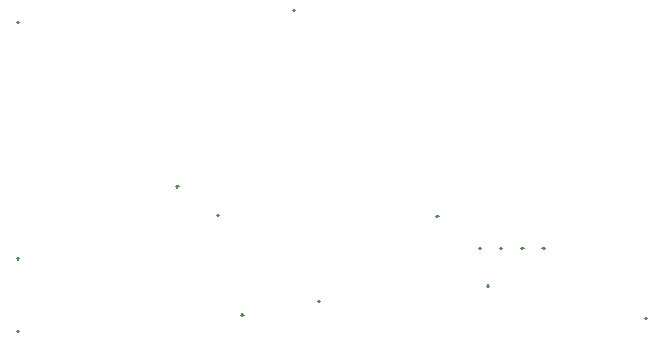
<source format=gbr>
%TF.GenerationSoftware,Altium Limited,Altium Designer,20.0.13 (296)*%
G04 Layer_Color=128*
%FSLAX26Y26*%
%MOIN*%
%TF.FileFunction,Drillmap*%
%TF.Part,Single*%
G01*
G75*
%TA.AperFunction,NonConductor*%
%ADD93C,0.005000*%
D93*
X388780Y62402D02*
X396654D01*
X392717Y58465D02*
Y66339D01*
X2482284Y106244D02*
X2490157D01*
X2486220Y102307D02*
Y110181D01*
X1393701Y161417D02*
X1401575D01*
X1397638Y157480D02*
Y165354D01*
X1137795Y116976D02*
X1145669D01*
X1141732Y113039D02*
Y120913D01*
X1955610Y213835D02*
X1963484D01*
X1959547Y209899D02*
Y217773D01*
X388780Y304189D02*
X396654D01*
X392717Y300252D02*
Y308126D01*
X1057087Y448819D02*
X1064961D01*
X1061024Y444882D02*
Y452756D01*
X1310236Y1131890D02*
X1318110D01*
X1314173Y1127953D02*
Y1135827D01*
X921260Y544291D02*
X929134D01*
X925197Y540354D02*
Y548228D01*
X1787402Y445276D02*
X1795276D01*
X1791339Y441339D02*
Y449213D01*
X2000000Y338976D02*
X2007874D01*
X2003937Y335039D02*
Y342913D01*
X1929134Y338976D02*
X1937008D01*
X1933071Y335039D02*
Y342913D01*
X388780Y1091535D02*
X396654D01*
X392717Y1087598D02*
Y1095472D01*
X2141732Y338976D02*
X2149606D01*
X2145669Y335039D02*
Y342913D01*
X2070866Y338976D02*
X2078740D01*
X2074803Y335039D02*
Y342913D01*
%TF.MD5,f97668cc078d1bbc01e78e1228746c28*%
M02*

</source>
